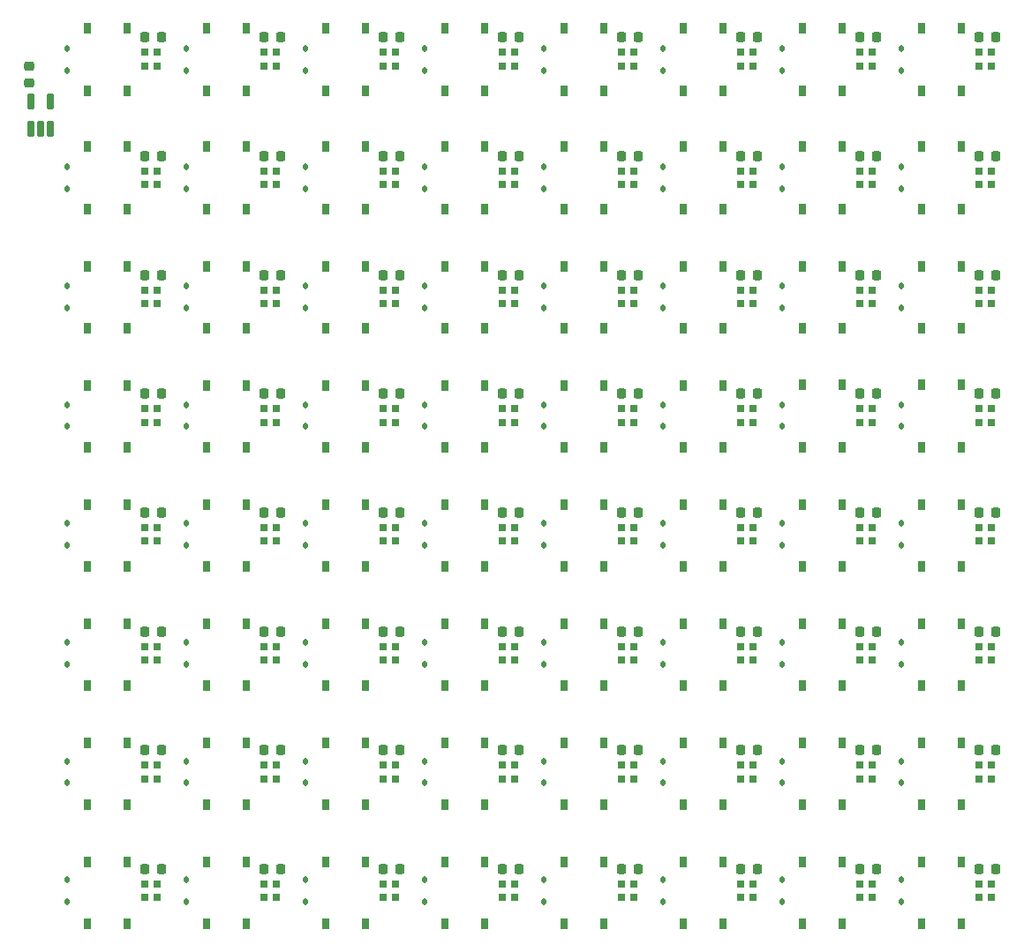
<source format=gbr>
%TF.GenerationSoftware,KiCad,Pcbnew,8.0.7*%
%TF.CreationDate,2025-01-12T22:15:46+01:00*%
%TF.ProjectId,butns,6275746e-732e-46b6-9963-61645f706362,rev?*%
%TF.SameCoordinates,Original*%
%TF.FileFunction,Paste,Top*%
%TF.FilePolarity,Positive*%
%FSLAX46Y46*%
G04 Gerber Fmt 4.6, Leading zero omitted, Abs format (unit mm)*
G04 Created by KiCad (PCBNEW 8.0.7) date 2025-01-12 22:15:46*
%MOMM*%
%LPD*%
G01*
G04 APERTURE LIST*
G04 Aperture macros list*
%AMRoundRect*
0 Rectangle with rounded corners*
0 $1 Rounding radius*
0 $2 $3 $4 $5 $6 $7 $8 $9 X,Y pos of 4 corners*
0 Add a 4 corners polygon primitive as box body*
4,1,4,$2,$3,$4,$5,$6,$7,$8,$9,$2,$3,0*
0 Add four circle primitives for the rounded corners*
1,1,$1+$1,$2,$3*
1,1,$1+$1,$4,$5*
1,1,$1+$1,$6,$7*
1,1,$1+$1,$8,$9*
0 Add four rect primitives between the rounded corners*
20,1,$1+$1,$2,$3,$4,$5,0*
20,1,$1+$1,$4,$5,$6,$7,0*
20,1,$1+$1,$6,$7,$8,$9,0*
20,1,$1+$1,$8,$9,$2,$3,0*%
G04 Aperture macros list end*
%ADD10RoundRect,0.162500X0.162500X-0.617500X0.162500X0.617500X-0.162500X0.617500X-0.162500X-0.617500X0*%
%ADD11RoundRect,0.225000X0.250000X-0.225000X0.250000X0.225000X-0.250000X0.225000X-0.250000X-0.225000X0*%
%ADD12R,0.700000X0.800000*%
%ADD13R,0.750000X1.000000*%
%ADD14RoundRect,0.112500X0.112500X-0.187500X0.112500X0.187500X-0.112500X0.187500X-0.112500X-0.187500X0*%
%ADD15RoundRect,0.225000X0.225000X0.250000X-0.225000X0.250000X-0.225000X-0.250000X0.225000X-0.250000X0*%
G04 APERTURE END LIST*
D10*
%TO.C,U2*%
X134752000Y-55118000D03*
X136652000Y-55118000D03*
X136652000Y-57818000D03*
X135702000Y-57818000D03*
X134752000Y-57818000D03*
%TD*%
D11*
%TO.C,C65*%
X134620000Y-53353000D03*
X134620000Y-51803000D03*
%TD*%
D12*
%TO.C,D128*%
X226860000Y-131550000D03*
X225660000Y-131550000D03*
X225660000Y-130250000D03*
X226860000Y-130250000D03*
%TD*%
%TO.C,D120*%
X226860000Y-120150000D03*
X225660000Y-120150000D03*
X225660000Y-118850000D03*
X226860000Y-118850000D03*
%TD*%
%TO.C,D112*%
X226860000Y-108750000D03*
X225660000Y-108750000D03*
X225660000Y-107450000D03*
X226860000Y-107450000D03*
%TD*%
%TO.C,D104*%
X226860000Y-97350000D03*
X225660000Y-97350000D03*
X225660000Y-96050000D03*
X226860000Y-96050000D03*
%TD*%
%TO.C,D127*%
X215430000Y-131550000D03*
X214230000Y-131550000D03*
X214230000Y-130250000D03*
X215430000Y-130250000D03*
%TD*%
%TO.C,D119*%
X215430000Y-120150000D03*
X214230000Y-120150000D03*
X214230000Y-118850000D03*
X215430000Y-118850000D03*
%TD*%
%TO.C,D111*%
X215430000Y-108750000D03*
X214230000Y-108750000D03*
X214230000Y-107450000D03*
X215430000Y-107450000D03*
%TD*%
%TO.C,D103*%
X215430000Y-97350000D03*
X214230000Y-97350000D03*
X214230000Y-96050000D03*
X215430000Y-96050000D03*
%TD*%
%TO.C,D126*%
X204000000Y-131550000D03*
X202800000Y-131550000D03*
X202800000Y-130250000D03*
X204000000Y-130250000D03*
%TD*%
%TO.C,D118*%
X204000000Y-120150000D03*
X202800000Y-120150000D03*
X202800000Y-118850000D03*
X204000000Y-118850000D03*
%TD*%
%TO.C,D110*%
X204000000Y-108750000D03*
X202800000Y-108750000D03*
X202800000Y-107450000D03*
X204000000Y-107450000D03*
%TD*%
%TO.C,D102*%
X204000000Y-97350000D03*
X202800000Y-97350000D03*
X202800000Y-96050000D03*
X204000000Y-96050000D03*
%TD*%
%TO.C,D125*%
X192570000Y-131550000D03*
X191370000Y-131550000D03*
X191370000Y-130250000D03*
X192570000Y-130250000D03*
%TD*%
%TO.C,D117*%
X192570000Y-120150000D03*
X191370000Y-120150000D03*
X191370000Y-118850000D03*
X192570000Y-118850000D03*
%TD*%
%TO.C,D109*%
X192570000Y-108750000D03*
X191370000Y-108750000D03*
X191370000Y-107450000D03*
X192570000Y-107450000D03*
%TD*%
%TO.C,D101*%
X192570000Y-97350000D03*
X191370000Y-97350000D03*
X191370000Y-96050000D03*
X192570000Y-96050000D03*
%TD*%
%TO.C,D124*%
X181140000Y-131550000D03*
X179940000Y-131550000D03*
X179940000Y-130250000D03*
X181140000Y-130250000D03*
%TD*%
%TO.C,D116*%
X181140000Y-120150000D03*
X179940000Y-120150000D03*
X179940000Y-118850000D03*
X181140000Y-118850000D03*
%TD*%
%TO.C,D108*%
X181140000Y-108750000D03*
X179940000Y-108750000D03*
X179940000Y-107450000D03*
X181140000Y-107450000D03*
%TD*%
%TO.C,D100*%
X181140000Y-97350000D03*
X179940000Y-97350000D03*
X179940000Y-96050000D03*
X181140000Y-96050000D03*
%TD*%
%TO.C,D123*%
X169710000Y-131550000D03*
X168510000Y-131550000D03*
X168510000Y-130250000D03*
X169710000Y-130250000D03*
%TD*%
%TO.C,D115*%
X169710000Y-120150000D03*
X168510000Y-120150000D03*
X168510000Y-118850000D03*
X169710000Y-118850000D03*
%TD*%
%TO.C,D107*%
X169710000Y-108750000D03*
X168510000Y-108750000D03*
X168510000Y-107450000D03*
X169710000Y-107450000D03*
%TD*%
%TO.C,D99*%
X169710000Y-97350000D03*
X168510000Y-97350000D03*
X168510000Y-96050000D03*
X169710000Y-96050000D03*
%TD*%
%TO.C,D122*%
X158280000Y-131550000D03*
X157080000Y-131550000D03*
X157080000Y-130250000D03*
X158280000Y-130250000D03*
%TD*%
%TO.C,D114*%
X158280000Y-120150000D03*
X157080000Y-120150000D03*
X157080000Y-118850000D03*
X158280000Y-118850000D03*
%TD*%
%TO.C,D106*%
X158280000Y-108750000D03*
X157080000Y-108750000D03*
X157080000Y-107450000D03*
X158280000Y-107450000D03*
%TD*%
%TO.C,D98*%
X158280000Y-97350000D03*
X157080000Y-97350000D03*
X157080000Y-96050000D03*
X158280000Y-96050000D03*
%TD*%
%TO.C,D121*%
X146850000Y-131550000D03*
X145650000Y-131550000D03*
X145650000Y-130250000D03*
X146850000Y-130250000D03*
%TD*%
%TO.C,D113*%
X146850000Y-120150000D03*
X145650000Y-120150000D03*
X145650000Y-118850000D03*
X146850000Y-118850000D03*
%TD*%
%TO.C,D105*%
X146850000Y-108750000D03*
X145650000Y-108750000D03*
X145650000Y-107450000D03*
X146850000Y-107450000D03*
%TD*%
%TO.C,D97*%
X146850000Y-97350000D03*
X145650000Y-97350000D03*
X145650000Y-96050000D03*
X146850000Y-96050000D03*
%TD*%
%TO.C,D96*%
X226860000Y-85950000D03*
X225660000Y-85950000D03*
X225660000Y-84650000D03*
X226860000Y-84650000D03*
%TD*%
%TO.C,D95*%
X215430000Y-85950000D03*
X214230000Y-85950000D03*
X214230000Y-84650000D03*
X215430000Y-84650000D03*
%TD*%
%TO.C,D94*%
X204000000Y-85950000D03*
X202800000Y-85950000D03*
X202800000Y-84650000D03*
X204000000Y-84650000D03*
%TD*%
%TO.C,D93*%
X192570000Y-85950000D03*
X191370000Y-85950000D03*
X191370000Y-84650000D03*
X192570000Y-84650000D03*
%TD*%
%TO.C,D92*%
X181140000Y-85950000D03*
X179940000Y-85950000D03*
X179940000Y-84650000D03*
X181140000Y-84650000D03*
%TD*%
%TO.C,D91*%
X169710000Y-85950000D03*
X168510000Y-85950000D03*
X168510000Y-84650000D03*
X169710000Y-84650000D03*
%TD*%
%TO.C,D90*%
X158280000Y-85950000D03*
X157080000Y-85950000D03*
X157080000Y-84650000D03*
X158280000Y-84650000D03*
%TD*%
%TO.C,D89*%
X146850000Y-85950000D03*
X145650000Y-85950000D03*
X145650000Y-84650000D03*
X146850000Y-84650000D03*
%TD*%
%TO.C,D88*%
X226860000Y-74550000D03*
X225660000Y-74550000D03*
X225660000Y-73250000D03*
X226860000Y-73250000D03*
%TD*%
%TO.C,D87*%
X215430000Y-74550000D03*
X214230000Y-74550000D03*
X214230000Y-73250000D03*
X215430000Y-73250000D03*
%TD*%
%TO.C,D86*%
X204000000Y-74550000D03*
X202800000Y-74550000D03*
X202800000Y-73250000D03*
X204000000Y-73250000D03*
%TD*%
%TO.C,D85*%
X192570000Y-74550000D03*
X191370000Y-74550000D03*
X191370000Y-73250000D03*
X192570000Y-73250000D03*
%TD*%
%TO.C,D84*%
X181140000Y-74550000D03*
X179940000Y-74550000D03*
X179940000Y-73250000D03*
X181140000Y-73250000D03*
%TD*%
%TO.C,D83*%
X169710000Y-74550000D03*
X168510000Y-74550000D03*
X168510000Y-73250000D03*
X169710000Y-73250000D03*
%TD*%
%TO.C,D82*%
X158280000Y-74550000D03*
X157080000Y-74550000D03*
X157080000Y-73250000D03*
X158280000Y-73250000D03*
%TD*%
%TO.C,D81*%
X146850000Y-74550000D03*
X145650000Y-74550000D03*
X145650000Y-73250000D03*
X146850000Y-73250000D03*
%TD*%
%TO.C,D80*%
X226860000Y-61850000D03*
X225660000Y-61850000D03*
X225660000Y-63150000D03*
X226860000Y-63150000D03*
%TD*%
%TO.C,D79*%
X215430000Y-61850000D03*
X214230000Y-61850000D03*
X214230000Y-63150000D03*
X215430000Y-63150000D03*
%TD*%
%TO.C,D78*%
X204000000Y-61850000D03*
X202800000Y-61850000D03*
X202800000Y-63150000D03*
X204000000Y-63150000D03*
%TD*%
%TO.C,D77*%
X192570000Y-61850000D03*
X191370000Y-61850000D03*
X191370000Y-63150000D03*
X192570000Y-63150000D03*
%TD*%
%TO.C,D76*%
X181140000Y-61850000D03*
X179940000Y-61850000D03*
X179940000Y-63150000D03*
X181140000Y-63150000D03*
%TD*%
%TO.C,D75*%
X169710000Y-61850000D03*
X168510000Y-61850000D03*
X168510000Y-63150000D03*
X169710000Y-63150000D03*
%TD*%
%TO.C,D74*%
X158280000Y-61850000D03*
X157080000Y-61850000D03*
X157080000Y-63150000D03*
X158280000Y-63150000D03*
%TD*%
%TO.C,D73*%
X146850000Y-61850000D03*
X145650000Y-61850000D03*
X145650000Y-63150000D03*
X146850000Y-63150000D03*
%TD*%
%TO.C,D72*%
X226860000Y-51750000D03*
X225660000Y-51750000D03*
X225660000Y-50450000D03*
X226860000Y-50450000D03*
%TD*%
%TO.C,D71*%
X215430000Y-51750000D03*
X214230000Y-51750000D03*
X214230000Y-50450000D03*
X215430000Y-50450000D03*
%TD*%
%TO.C,D70*%
X204000000Y-51750000D03*
X202800000Y-51750000D03*
X202800000Y-50450000D03*
X204000000Y-50450000D03*
%TD*%
%TO.C,D69*%
X192570000Y-51750000D03*
X191370000Y-51750000D03*
X191370000Y-50450000D03*
X192570000Y-50450000D03*
%TD*%
%TO.C,D68*%
X181140000Y-51750000D03*
X179940000Y-51750000D03*
X179940000Y-50450000D03*
X181140000Y-50450000D03*
%TD*%
%TO.C,D67*%
X169710000Y-51750000D03*
X168510000Y-51750000D03*
X168510000Y-50450000D03*
X169710000Y-50450000D03*
%TD*%
%TO.C,D66*%
X158280000Y-51750000D03*
X157080000Y-51750000D03*
X157080000Y-50450000D03*
X158280000Y-50450000D03*
%TD*%
%TO.C,D1*%
X146850000Y-51750000D03*
X145650000Y-51750000D03*
X145650000Y-50450000D03*
X146850000Y-50450000D03*
%TD*%
D13*
%TO.C,SW64*%
X223970991Y-128095996D03*
X223970991Y-134095996D03*
X220220991Y-128095996D03*
X220220991Y-134095996D03*
%TD*%
%TO.C,SW63*%
X212540991Y-128095996D03*
X212540991Y-134095996D03*
X208790991Y-128095996D03*
X208790991Y-134095996D03*
%TD*%
%TO.C,SW62*%
X201110991Y-128095996D03*
X201110991Y-134095996D03*
X197360991Y-128095996D03*
X197360991Y-134095996D03*
%TD*%
%TO.C,SW61*%
X189680991Y-128095996D03*
X189680991Y-134095996D03*
X185930991Y-128095996D03*
X185930991Y-134095996D03*
%TD*%
%TO.C,SW60*%
X178250991Y-128095996D03*
X178250991Y-134095996D03*
X174500991Y-128095996D03*
X174500991Y-134095996D03*
%TD*%
%TO.C,SW59*%
X166820991Y-128095996D03*
X166820991Y-134095996D03*
X163070991Y-128095996D03*
X163070991Y-134095996D03*
%TD*%
%TO.C,SW58*%
X155390991Y-128095996D03*
X155390991Y-134095996D03*
X151640991Y-128095996D03*
X151640991Y-134095996D03*
%TD*%
%TO.C,SW57*%
X143960991Y-128095996D03*
X143960991Y-134095996D03*
X140210991Y-128095996D03*
X140210991Y-134095996D03*
%TD*%
%TO.C,SW56*%
X223970991Y-116665996D03*
X223970991Y-122665996D03*
X220220991Y-116665996D03*
X220220991Y-122665996D03*
%TD*%
%TO.C,SW55*%
X212540991Y-116665996D03*
X212540991Y-122665996D03*
X208790991Y-116665996D03*
X208790991Y-122665996D03*
%TD*%
%TO.C,SW54*%
X201110991Y-116665996D03*
X201110991Y-122665996D03*
X197360991Y-116665996D03*
X197360991Y-122665996D03*
%TD*%
%TO.C,SW53*%
X189680991Y-116665996D03*
X189680991Y-122665996D03*
X185930991Y-116665996D03*
X185930991Y-122665996D03*
%TD*%
%TO.C,SW52*%
X178250991Y-116665996D03*
X178250991Y-122665996D03*
X174500991Y-116665996D03*
X174500991Y-122665996D03*
%TD*%
%TO.C,SW51*%
X166820991Y-116665996D03*
X166820991Y-122665996D03*
X163070991Y-116665996D03*
X163070991Y-122665996D03*
%TD*%
%TO.C,SW50*%
X155390991Y-116665996D03*
X155390991Y-122665996D03*
X151640991Y-116665996D03*
X151640991Y-122665996D03*
%TD*%
%TO.C,SW49*%
X143960991Y-116665996D03*
X143960991Y-122665996D03*
X140210991Y-116665996D03*
X140210991Y-122665996D03*
%TD*%
%TO.C,SW48*%
X223970991Y-105235996D03*
X223970991Y-111235996D03*
X220220991Y-105235996D03*
X220220991Y-111235996D03*
%TD*%
%TO.C,SW47*%
X212540991Y-105235996D03*
X212540991Y-111235996D03*
X208790991Y-105235996D03*
X208790991Y-111235996D03*
%TD*%
%TO.C,SW46*%
X201110991Y-105235996D03*
X201110991Y-111235996D03*
X197360991Y-105235996D03*
X197360991Y-111235996D03*
%TD*%
%TO.C,SW45*%
X189680991Y-105235996D03*
X189680991Y-111235996D03*
X185930991Y-105235996D03*
X185930991Y-111235996D03*
%TD*%
%TO.C,SW44*%
X178250991Y-105235996D03*
X178250991Y-111235996D03*
X174500991Y-105235996D03*
X174500991Y-111235996D03*
%TD*%
%TO.C,SW43*%
X166820991Y-105235996D03*
X166820991Y-111235996D03*
X163070991Y-105235996D03*
X163070991Y-111235996D03*
%TD*%
%TO.C,SW42*%
X155390991Y-105235996D03*
X155390991Y-111235996D03*
X151640991Y-105235996D03*
X151640991Y-111235996D03*
%TD*%
%TO.C,SW41*%
X143960991Y-105235996D03*
X143960991Y-111235996D03*
X140210991Y-105235996D03*
X140210991Y-111235996D03*
%TD*%
%TO.C,SW40*%
X223970991Y-93805996D03*
X223970991Y-99805996D03*
X220220991Y-93805996D03*
X220220991Y-99805996D03*
%TD*%
%TO.C,SW39*%
X212540991Y-93805996D03*
X212540991Y-99805996D03*
X208790991Y-93805996D03*
X208790991Y-99805996D03*
%TD*%
%TO.C,SW38*%
X201110991Y-93805996D03*
X201110991Y-99805996D03*
X197360991Y-93805996D03*
X197360991Y-99805996D03*
%TD*%
%TO.C,SW37*%
X189680991Y-93805996D03*
X189680991Y-99805996D03*
X185930991Y-93805996D03*
X185930991Y-99805996D03*
%TD*%
%TO.C,SW36*%
X178250991Y-93805996D03*
X178250991Y-99805996D03*
X174500991Y-93805996D03*
X174500991Y-99805996D03*
%TD*%
%TO.C,SW35*%
X166820991Y-93805996D03*
X166820991Y-99805996D03*
X163070991Y-93805996D03*
X163070991Y-99805996D03*
%TD*%
%TO.C,SW34*%
X155390991Y-93805996D03*
X155390991Y-99805996D03*
X151640991Y-93805996D03*
X151640991Y-99805996D03*
%TD*%
%TO.C,SW33*%
X143960991Y-93805996D03*
X143960991Y-99805996D03*
X140210991Y-93805996D03*
X140210991Y-99805996D03*
%TD*%
%TO.C,SW32*%
X223970991Y-82350000D03*
X223970991Y-88350000D03*
X220220991Y-82350000D03*
X220220991Y-88350000D03*
%TD*%
%TO.C,SW31*%
X208790991Y-88350000D03*
X208790991Y-82350000D03*
X212540991Y-88350000D03*
X212540991Y-82350000D03*
%TD*%
%TO.C,SW30*%
X201110991Y-82375997D03*
X201110991Y-88375997D03*
X197360991Y-82375997D03*
X197360991Y-88375997D03*
%TD*%
%TO.C,SW29*%
X189680991Y-82375997D03*
X189680991Y-88375997D03*
X185930991Y-82375997D03*
X185930991Y-88375997D03*
%TD*%
%TO.C,SW28*%
X178250991Y-82375997D03*
X178250991Y-88375997D03*
X174500991Y-82375997D03*
X174500991Y-88375997D03*
%TD*%
%TO.C,SW27*%
X166820991Y-82375997D03*
X166820991Y-88375997D03*
X163070991Y-82375997D03*
X163070991Y-88375997D03*
%TD*%
%TO.C,SW26*%
X155390991Y-82375997D03*
X155390991Y-88375997D03*
X151640991Y-82375997D03*
X151640991Y-88375997D03*
%TD*%
%TO.C,SW25*%
X143960991Y-82375997D03*
X143960991Y-88375997D03*
X140210991Y-82375997D03*
X140210991Y-88375997D03*
%TD*%
%TO.C,SW24*%
X223970991Y-70950000D03*
X223970991Y-76950000D03*
X220220991Y-70950000D03*
X220220991Y-76950000D03*
%TD*%
%TO.C,SW23*%
X212540991Y-70950000D03*
X212540991Y-76950000D03*
X208790991Y-70950000D03*
X208790991Y-76950000D03*
%TD*%
%TO.C,SW22*%
X201110991Y-70950000D03*
X201110991Y-76950000D03*
X197360991Y-70950000D03*
X197360991Y-76950000D03*
%TD*%
%TO.C,SW21*%
X185930991Y-76950000D03*
X185930991Y-70950000D03*
X189680991Y-76950000D03*
X189680991Y-70950000D03*
%TD*%
%TO.C,SW20*%
X178250991Y-70950000D03*
X178250991Y-76950000D03*
X174500991Y-70950000D03*
X174500991Y-76950000D03*
%TD*%
%TO.C,SW19*%
X166820991Y-70950000D03*
X166820991Y-76950000D03*
X163070991Y-70950000D03*
X163070991Y-76950000D03*
%TD*%
%TO.C,SW18*%
X155390991Y-70950000D03*
X155390991Y-76950000D03*
X151640991Y-70950000D03*
X151640991Y-76950000D03*
%TD*%
%TO.C,SW17*%
X143960991Y-70950000D03*
X143960991Y-76950000D03*
X140210991Y-70950000D03*
X140210991Y-76950000D03*
%TD*%
%TO.C,SW16*%
X223970991Y-59500000D03*
X223970991Y-65500000D03*
X220220991Y-59500000D03*
X220220991Y-65500000D03*
%TD*%
%TO.C,SW15*%
X212540991Y-59500000D03*
X212540991Y-65500000D03*
X208790991Y-59500000D03*
X208790991Y-65500000D03*
%TD*%
%TO.C,SW14*%
X201110991Y-59500000D03*
X201110991Y-65500000D03*
X197360991Y-59500000D03*
X197360991Y-65500000D03*
%TD*%
%TO.C,SW13*%
X189680991Y-59500000D03*
X189680991Y-65500000D03*
X185930991Y-59500000D03*
X185930991Y-65500000D03*
%TD*%
%TO.C,SW12*%
X178250991Y-59500000D03*
X178250991Y-65500000D03*
X174500991Y-59500000D03*
X174500991Y-65500000D03*
%TD*%
%TO.C,SW11*%
X166820991Y-59500000D03*
X166820991Y-65500000D03*
X163070991Y-59500000D03*
X163070991Y-65500000D03*
%TD*%
%TO.C,SW10*%
X155390991Y-59500000D03*
X155390991Y-65500000D03*
X151640991Y-59500000D03*
X151640991Y-65500000D03*
%TD*%
%TO.C,SW9*%
X143960991Y-59500000D03*
X143960991Y-65500000D03*
X140210991Y-59500000D03*
X140210991Y-65500000D03*
%TD*%
%TO.C,SW8*%
X223970991Y-48100000D03*
X223970991Y-54100000D03*
X220220991Y-48100000D03*
X220220991Y-54100000D03*
%TD*%
%TO.C,SW7*%
X212540991Y-48100000D03*
X212540991Y-54100000D03*
X208790991Y-48100000D03*
X208790991Y-54100000D03*
%TD*%
%TO.C,SW6*%
X201110991Y-48100000D03*
X201110991Y-54100000D03*
X197360991Y-48100000D03*
X197360991Y-54100000D03*
%TD*%
%TO.C,SW5*%
X189680991Y-48100000D03*
X189680991Y-54100000D03*
X185930991Y-48100000D03*
X185930991Y-54100000D03*
%TD*%
%TO.C,SW4*%
X178250991Y-48100000D03*
X178250991Y-54100000D03*
X174500991Y-48100000D03*
X174500991Y-54100000D03*
%TD*%
%TO.C,SW3*%
X166820991Y-48100000D03*
X166820991Y-54100000D03*
X163070991Y-48100000D03*
X163070991Y-54100000D03*
%TD*%
%TO.C,SW2*%
X155390991Y-48100000D03*
X155390991Y-54100000D03*
X151640991Y-48100000D03*
X151640991Y-54100000D03*
%TD*%
D14*
%TO.C,D65*%
X218260000Y-129850000D03*
X218260000Y-131950000D03*
%TD*%
%TO.C,D64*%
X206830000Y-129850000D03*
X206830000Y-131950000D03*
%TD*%
%TO.C,D63*%
X195400000Y-129850000D03*
X195400000Y-131950000D03*
%TD*%
%TO.C,D62*%
X183970000Y-129850000D03*
X183970000Y-131950000D03*
%TD*%
%TO.C,D61*%
X172540000Y-129850000D03*
X172540000Y-131950000D03*
%TD*%
%TO.C,D60*%
X161110000Y-129850000D03*
X161110000Y-131950000D03*
%TD*%
%TO.C,D59*%
X149680000Y-129850000D03*
X149680000Y-131950000D03*
%TD*%
%TO.C,D58*%
X138250000Y-129850000D03*
X138250000Y-131950000D03*
%TD*%
%TO.C,D57*%
X218260000Y-118450000D03*
X218260000Y-120550000D03*
%TD*%
%TO.C,D56*%
X206830000Y-118450000D03*
X206830000Y-120550000D03*
%TD*%
%TO.C,D55*%
X195400000Y-118450000D03*
X195400000Y-120550000D03*
%TD*%
%TO.C,D54*%
X183970000Y-118450000D03*
X183970000Y-120550000D03*
%TD*%
%TO.C,D53*%
X172540000Y-118450000D03*
X172540000Y-120550000D03*
%TD*%
%TO.C,D52*%
X161110000Y-118450000D03*
X161110000Y-120550000D03*
%TD*%
%TO.C,D51*%
X149680000Y-118450000D03*
X149680000Y-120550000D03*
%TD*%
%TO.C,D50*%
X138250000Y-118450000D03*
X138250000Y-120550000D03*
%TD*%
%TO.C,D49*%
X218260000Y-107050000D03*
X218260000Y-109150000D03*
%TD*%
%TO.C,D48*%
X206830000Y-107050000D03*
X206830000Y-109150000D03*
%TD*%
%TO.C,D47*%
X195400000Y-107050000D03*
X195400000Y-109150000D03*
%TD*%
%TO.C,D46*%
X183970000Y-107050000D03*
X183970000Y-109150000D03*
%TD*%
%TO.C,D45*%
X172540000Y-107050000D03*
X172540000Y-109150000D03*
%TD*%
%TO.C,D44*%
X161110000Y-107050000D03*
X161110000Y-109150000D03*
%TD*%
%TO.C,D43*%
X149680000Y-107050000D03*
X149680000Y-109150000D03*
%TD*%
%TO.C,D42*%
X138250000Y-107050000D03*
X138250000Y-109150000D03*
%TD*%
%TO.C,D41*%
X218260000Y-95650000D03*
X218260000Y-97750000D03*
%TD*%
%TO.C,D40*%
X206830000Y-95650000D03*
X206830000Y-97750000D03*
%TD*%
%TO.C,D39*%
X195400000Y-95650000D03*
X195400000Y-97750000D03*
%TD*%
%TO.C,D38*%
X183970000Y-95650000D03*
X183970000Y-97750000D03*
%TD*%
%TO.C,D37*%
X172540000Y-95650000D03*
X172540000Y-97750000D03*
%TD*%
%TO.C,D36*%
X161110000Y-95650000D03*
X161110000Y-97750000D03*
%TD*%
%TO.C,D35*%
X149680000Y-95650000D03*
X149680000Y-97750000D03*
%TD*%
%TO.C,D34*%
X138250000Y-95650000D03*
X138250000Y-97750000D03*
%TD*%
%TO.C,D33*%
X218260000Y-84250000D03*
X218260000Y-86350000D03*
%TD*%
%TO.C,D31*%
X195400000Y-84250000D03*
X195400000Y-86350000D03*
%TD*%
%TO.C,D30*%
X183970000Y-84250000D03*
X183970000Y-86350000D03*
%TD*%
%TO.C,D29*%
X172540000Y-84250000D03*
X172540000Y-86350000D03*
%TD*%
%TO.C,D28*%
X161110000Y-84250000D03*
X161110000Y-86350000D03*
%TD*%
%TO.C,D27*%
X149680000Y-84250000D03*
X149680000Y-86350000D03*
%TD*%
%TO.C,D26*%
X138250000Y-84250000D03*
X138250000Y-86350000D03*
%TD*%
%TO.C,D25*%
X218260000Y-72850000D03*
X218260000Y-74950000D03*
%TD*%
%TO.C,D24*%
X206830000Y-72850000D03*
X206830000Y-74950000D03*
%TD*%
%TO.C,D23*%
X195400000Y-72850000D03*
X195400000Y-74950000D03*
%TD*%
%TO.C,D22*%
X183970000Y-72850000D03*
X183970000Y-74950000D03*
%TD*%
%TO.C,D21*%
X172540000Y-72850000D03*
X172540000Y-74950000D03*
%TD*%
%TO.C,D20*%
X161110000Y-72850000D03*
X161110000Y-74950000D03*
%TD*%
%TO.C,D19*%
X149680000Y-72850000D03*
X149680000Y-74950000D03*
%TD*%
%TO.C,D18*%
X138250000Y-72850000D03*
X138250000Y-74950000D03*
%TD*%
%TO.C,D17*%
X218260000Y-61450000D03*
X218260000Y-63550000D03*
%TD*%
%TO.C,D16*%
X206830000Y-61450000D03*
X206830000Y-63550000D03*
%TD*%
%TO.C,D15*%
X195400000Y-61450000D03*
X195400000Y-63550000D03*
%TD*%
%TO.C,D14*%
X183970000Y-61450000D03*
X183970000Y-63550000D03*
%TD*%
%TO.C,D13*%
X172540000Y-61450000D03*
X172540000Y-63550000D03*
%TD*%
%TO.C,D12*%
X161110000Y-61450000D03*
X161110000Y-63550000D03*
%TD*%
%TO.C,D11*%
X149680000Y-61450000D03*
X149680000Y-63550000D03*
%TD*%
%TO.C,D10*%
X138250000Y-61450000D03*
X138250000Y-63550000D03*
%TD*%
%TO.C,D9*%
X218260000Y-50050000D03*
X218260000Y-52150000D03*
%TD*%
%TO.C,D8*%
X206830000Y-50050000D03*
X206830000Y-52150000D03*
%TD*%
%TO.C,D7*%
X195400000Y-50050000D03*
X195400000Y-52150000D03*
%TD*%
%TO.C,D6*%
X183970000Y-50050000D03*
X183970000Y-52150000D03*
%TD*%
%TO.C,D5*%
X172540000Y-52150000D03*
X172540000Y-50050000D03*
%TD*%
%TO.C,D2*%
X138250000Y-50050000D03*
X138250000Y-52150000D03*
%TD*%
%TO.C,D3*%
X149680000Y-50050000D03*
X149680000Y-52150000D03*
%TD*%
D15*
%TO.C,C64*%
X225735000Y-128800000D03*
X227285000Y-128800000D03*
%TD*%
%TO.C,C63*%
X214305000Y-128800000D03*
X215855000Y-128800000D03*
%TD*%
%TO.C,C62*%
X202875000Y-128800000D03*
X204425000Y-128800000D03*
%TD*%
%TO.C,C61*%
X191445000Y-128800000D03*
X192995000Y-128800000D03*
%TD*%
%TO.C,C60*%
X180015000Y-128800000D03*
X181565000Y-128800000D03*
%TD*%
%TO.C,C59*%
X168585000Y-128800000D03*
X170135000Y-128800000D03*
%TD*%
%TO.C,C58*%
X157155000Y-128800000D03*
X158705000Y-128800000D03*
%TD*%
%TO.C,C57*%
X145725000Y-128800000D03*
X147275000Y-128800000D03*
%TD*%
%TO.C,C56*%
X225735000Y-117400000D03*
X227285000Y-117400000D03*
%TD*%
%TO.C,C55*%
X214305000Y-117400000D03*
X215855000Y-117400000D03*
%TD*%
%TO.C,C54*%
X202875000Y-117400000D03*
X204425000Y-117400000D03*
%TD*%
%TO.C,C53*%
X191445000Y-117400000D03*
X192995000Y-117400000D03*
%TD*%
%TO.C,C52*%
X180015000Y-117400000D03*
X181565000Y-117400000D03*
%TD*%
%TO.C,C51*%
X168585000Y-117400000D03*
X170135000Y-117400000D03*
%TD*%
%TO.C,C50*%
X157155000Y-117400000D03*
X158705000Y-117400000D03*
%TD*%
%TO.C,C49*%
X145725000Y-117400000D03*
X147275000Y-117400000D03*
%TD*%
%TO.C,C48*%
X225735000Y-106000000D03*
X227285000Y-106000000D03*
%TD*%
%TO.C,C47*%
X214305000Y-106000000D03*
X215855000Y-106000000D03*
%TD*%
%TO.C,C46*%
X202875000Y-106000000D03*
X204425000Y-106000000D03*
%TD*%
%TO.C,C45*%
X191445000Y-106000000D03*
X192995000Y-106000000D03*
%TD*%
%TO.C,C44*%
X180015000Y-106000000D03*
X181565000Y-106000000D03*
%TD*%
%TO.C,C43*%
X168585000Y-106000000D03*
X170135000Y-106000000D03*
%TD*%
%TO.C,C42*%
X157155000Y-106000000D03*
X158705000Y-106000000D03*
%TD*%
%TO.C,C41*%
X145725000Y-106000000D03*
X147275000Y-106000000D03*
%TD*%
%TO.C,C40*%
X225735000Y-94600000D03*
X227285000Y-94600000D03*
%TD*%
%TO.C,C39*%
X214305000Y-94600000D03*
X215855000Y-94600000D03*
%TD*%
%TO.C,C38*%
X202875000Y-94600000D03*
X204425000Y-94600000D03*
%TD*%
%TO.C,C37*%
X191445000Y-94600000D03*
X192995000Y-94600000D03*
%TD*%
%TO.C,C36*%
X180015000Y-94600000D03*
X181565000Y-94600000D03*
%TD*%
%TO.C,C35*%
X168585000Y-94600000D03*
X170135000Y-94600000D03*
%TD*%
%TO.C,C34*%
X157155000Y-94600000D03*
X158705000Y-94600000D03*
%TD*%
%TO.C,C33*%
X145725000Y-94600000D03*
X147275000Y-94600000D03*
%TD*%
%TO.C,C32*%
X225735000Y-83200000D03*
X227285000Y-83200000D03*
%TD*%
%TO.C,C31*%
X214305000Y-83200000D03*
X215855000Y-83200000D03*
%TD*%
%TO.C,C30*%
X202875000Y-83200000D03*
X204425000Y-83200000D03*
%TD*%
%TO.C,C29*%
X191445000Y-83200000D03*
X192995000Y-83200000D03*
%TD*%
%TO.C,C28*%
X180015000Y-83200000D03*
X181565000Y-83200000D03*
%TD*%
%TO.C,C27*%
X168585000Y-83200000D03*
X170135000Y-83200000D03*
%TD*%
%TO.C,C26*%
X157155000Y-83200000D03*
X158705000Y-83200000D03*
%TD*%
%TO.C,C25*%
X145725000Y-83200000D03*
X147275000Y-83200000D03*
%TD*%
%TO.C,C24*%
X225735000Y-71800000D03*
X227285000Y-71800000D03*
%TD*%
%TO.C,C23*%
X214305000Y-71800000D03*
X215855000Y-71800000D03*
%TD*%
%TO.C,C22*%
X202875000Y-71800000D03*
X204425000Y-71800000D03*
%TD*%
%TO.C,C21*%
X191445000Y-71800000D03*
X192995000Y-71800000D03*
%TD*%
%TO.C,C20*%
X180015000Y-71800000D03*
X181565000Y-71800000D03*
%TD*%
%TO.C,C19*%
X168585000Y-71800000D03*
X170135000Y-71800000D03*
%TD*%
%TO.C,C18*%
X157155000Y-71800000D03*
X158705000Y-71800000D03*
%TD*%
%TO.C,C17*%
X145725000Y-71800000D03*
X147275000Y-71800000D03*
%TD*%
%TO.C,C16*%
X225735000Y-60400000D03*
X227285000Y-60400000D03*
%TD*%
%TO.C,C15*%
X214305000Y-60400000D03*
X215855000Y-60400000D03*
%TD*%
%TO.C,C14*%
X202875000Y-60400000D03*
X204425000Y-60400000D03*
%TD*%
%TO.C,C13*%
X191445000Y-60400000D03*
X192995000Y-60400000D03*
%TD*%
%TO.C,C12*%
X180015000Y-60400000D03*
X181565000Y-60400000D03*
%TD*%
%TO.C,C11*%
X168585000Y-60400000D03*
X170135000Y-60400000D03*
%TD*%
%TO.C,C10*%
X157155000Y-60400000D03*
X158705000Y-60400000D03*
%TD*%
%TO.C,C9*%
X145725000Y-60400000D03*
X147275000Y-60400000D03*
%TD*%
%TO.C,C8*%
X225735000Y-49000000D03*
X227285000Y-49000000D03*
%TD*%
%TO.C,C7*%
X214305000Y-49000000D03*
X215855000Y-49000000D03*
%TD*%
%TO.C,C6*%
X202875000Y-49000000D03*
X204425000Y-49000000D03*
%TD*%
%TO.C,C5*%
X191445000Y-49000000D03*
X192995000Y-49000000D03*
%TD*%
%TO.C,C4*%
X180015000Y-49000000D03*
X181565000Y-49000000D03*
%TD*%
%TO.C,C3*%
X168585000Y-49000000D03*
X170135000Y-49000000D03*
%TD*%
%TO.C,C2*%
X157155000Y-49000000D03*
X158705000Y-49000000D03*
%TD*%
%TO.C,C1*%
X145725000Y-49000000D03*
X147275000Y-49000000D03*
%TD*%
D13*
%TO.C,SW1*%
X143960991Y-48100000D03*
X143960991Y-54100000D03*
X140210991Y-48100000D03*
X140210991Y-54100000D03*
%TD*%
D14*
%TO.C,D4*%
X161110000Y-50050000D03*
X161110000Y-52150000D03*
%TD*%
%TO.C,D32*%
X206830000Y-84250000D03*
X206830000Y-86350000D03*
%TD*%
M02*

</source>
